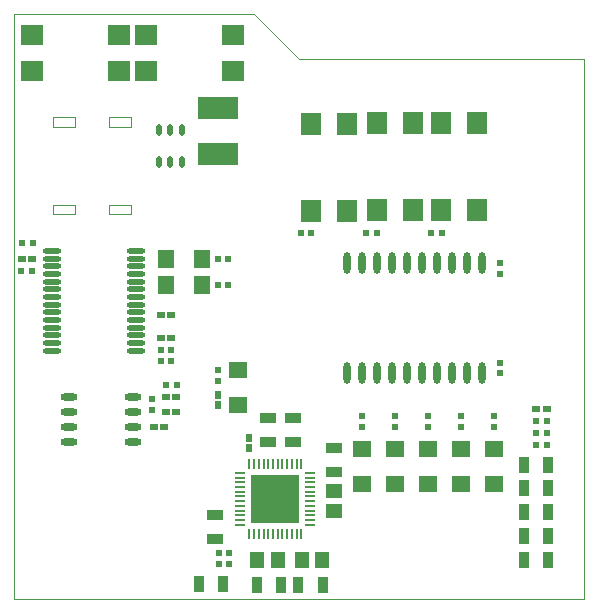
<source format=gtp>
G04*
G04 #@! TF.GenerationSoftware,Altium Limited,Altium Designer,19.1.8 (144)*
G04*
G04 Layer_Color=8421504*
%FSLAX25Y25*%
%MOIN*%
G70*
G01*
G75*
%ADD16C,0.00050*%
%ADD17C,0.00000*%
%ADD18R,0.15945X0.15945*%
%ADD19O,0.00787X0.03347*%
%ADD20O,0.03347X0.00787*%
%ADD21O,0.06102X0.01772*%
%ADD22R,0.07480X0.06693*%
%ADD23R,0.06693X0.07480*%
%ADD24R,0.13386X0.07480*%
%ADD25R,0.05500X0.06300*%
%ADD26R,0.06300X0.05500*%
%ADD27R,0.02165X0.02165*%
%ADD28R,0.05709X0.03543*%
%ADD29R,0.02165X0.02165*%
%ADD30R,0.02598X0.02441*%
%ADD31R,0.03543X0.05709*%
%ADD32R,0.02441X0.02598*%
%ADD33R,0.04606X0.05787*%
%ADD34R,0.05787X0.04606*%
%ADD35O,0.05709X0.02362*%
%ADD36O,0.02362X0.07284*%
%ADD37O,0.01968X0.03937*%
D16*
X0Y0D02*
X190000D01*
Y180000D01*
X95000D02*
X190000D01*
X80000Y195000D02*
X95000Y180000D01*
X0Y195000D02*
X80000D01*
X0Y0D02*
Y195000D01*
D17*
X38941Y128425D02*
Y131575D01*
X31461D02*
X38941D01*
X31461Y128425D02*
Y131575D01*
Y128425D02*
X38941D01*
X20240Y157559D02*
Y160709D01*
X12760D02*
X20240D01*
X12760Y157559D02*
Y160709D01*
Y157559D02*
X20240D01*
X38941D02*
Y160709D01*
X31461D02*
X38941D01*
X31461Y157559D02*
Y160709D01*
Y157559D02*
X38941D01*
X20240Y128425D02*
Y131575D01*
X12760D02*
X20240D01*
X12760Y128425D02*
Y131575D01*
Y128425D02*
X20240D01*
D18*
X87000Y33500D02*
D03*
D19*
X78339Y45213D02*
D03*
X79913D02*
D03*
X81488D02*
D03*
X83063D02*
D03*
X84638D02*
D03*
X86213D02*
D03*
X87787D02*
D03*
X89362D02*
D03*
X90937D02*
D03*
X92512D02*
D03*
X94087D02*
D03*
X95661D02*
D03*
Y21787D02*
D03*
X94087D02*
D03*
X92512D02*
D03*
X90937D02*
D03*
X89362D02*
D03*
X87787D02*
D03*
X86213D02*
D03*
X84638D02*
D03*
X83063D02*
D03*
X81488D02*
D03*
X79913D02*
D03*
X78339D02*
D03*
D20*
X98713Y42161D02*
D03*
Y40587D02*
D03*
Y39012D02*
D03*
Y37437D02*
D03*
Y35862D02*
D03*
Y34287D02*
D03*
Y32713D02*
D03*
Y31138D02*
D03*
Y29563D02*
D03*
Y27988D02*
D03*
Y26413D02*
D03*
Y24839D02*
D03*
X75287D02*
D03*
Y26413D02*
D03*
Y27988D02*
D03*
Y29563D02*
D03*
Y31138D02*
D03*
Y32713D02*
D03*
Y34287D02*
D03*
Y35862D02*
D03*
Y37437D02*
D03*
Y39012D02*
D03*
Y40587D02*
D03*
Y42161D02*
D03*
D21*
X12525Y116134D02*
D03*
Y113575D02*
D03*
Y111016D02*
D03*
Y108457D02*
D03*
Y105898D02*
D03*
Y103339D02*
D03*
Y100779D02*
D03*
Y98220D02*
D03*
Y95661D02*
D03*
Y93102D02*
D03*
Y90543D02*
D03*
Y87984D02*
D03*
Y85425D02*
D03*
Y82866D02*
D03*
X40675Y116134D02*
D03*
Y113575D02*
D03*
Y111016D02*
D03*
Y108457D02*
D03*
Y105898D02*
D03*
Y103339D02*
D03*
Y100779D02*
D03*
Y98220D02*
D03*
Y95661D02*
D03*
Y93102D02*
D03*
Y90543D02*
D03*
Y87984D02*
D03*
Y85425D02*
D03*
Y82866D02*
D03*
D22*
X5826Y188177D02*
D03*
Y176177D02*
D03*
X34826Y188177D02*
D03*
Y176177D02*
D03*
X44026Y188177D02*
D03*
Y176177D02*
D03*
X73026Y188177D02*
D03*
Y176177D02*
D03*
D23*
X142323Y129826D02*
D03*
X154323D02*
D03*
X142323Y158826D02*
D03*
X154323D02*
D03*
X120923Y129626D02*
D03*
X132923D02*
D03*
X120923Y158626D02*
D03*
X132923D02*
D03*
X98923Y129526D02*
D03*
X110923D02*
D03*
X98923Y158526D02*
D03*
X110923D02*
D03*
D24*
X68000Y163677D02*
D03*
Y148323D02*
D03*
D25*
X50600Y104900D02*
D03*
X62400D02*
D03*
X50600Y113400D02*
D03*
X62400D02*
D03*
D26*
X159900Y38300D02*
D03*
Y50100D02*
D03*
X148900Y38300D02*
D03*
Y50100D02*
D03*
X137900Y38300D02*
D03*
Y50100D02*
D03*
X126900Y38300D02*
D03*
Y50100D02*
D03*
X115900Y38300D02*
D03*
Y50100D02*
D03*
X74500Y76400D02*
D03*
Y64600D02*
D03*
D27*
X115900Y57428D02*
D03*
Y60972D02*
D03*
X68000Y72857D02*
D03*
Y76400D02*
D03*
X45900Y63128D02*
D03*
Y66672D02*
D03*
X137900Y60972D02*
D03*
Y57428D02*
D03*
X126900Y60972D02*
D03*
Y57428D02*
D03*
X148900Y60972D02*
D03*
Y57428D02*
D03*
X159900Y60972D02*
D03*
Y57428D02*
D03*
X162000Y75294D02*
D03*
Y78838D02*
D03*
Y112106D02*
D03*
Y108562D02*
D03*
D28*
X106600Y50535D02*
D03*
Y42465D02*
D03*
X67000Y19965D02*
D03*
Y28035D02*
D03*
X92800Y60435D02*
D03*
Y52365D02*
D03*
X84700Y60371D02*
D03*
Y52300D02*
D03*
D29*
X2378Y109500D02*
D03*
X5922D02*
D03*
X2528Y118700D02*
D03*
X6072D02*
D03*
X142472Y122200D02*
D03*
X138928D02*
D03*
X120872Y122100D02*
D03*
X117328D02*
D03*
X98972D02*
D03*
X95428D02*
D03*
X52272Y79500D02*
D03*
X48728D02*
D03*
X52272Y83000D02*
D03*
X48728D02*
D03*
X177472Y51400D02*
D03*
X173928D02*
D03*
X177472Y55400D02*
D03*
X173928D02*
D03*
X71672Y15300D02*
D03*
X68128D02*
D03*
X68128Y11600D02*
D03*
X71672D02*
D03*
X177472Y59400D02*
D03*
X173928D02*
D03*
X67828Y113400D02*
D03*
X71372D02*
D03*
X67828Y104900D02*
D03*
X71372D02*
D03*
X50528Y71400D02*
D03*
X54072D02*
D03*
D30*
X2468Y113575D02*
D03*
X5932D02*
D03*
X177432Y63400D02*
D03*
X173968D02*
D03*
X52332Y94900D02*
D03*
X48868D02*
D03*
X52232Y87000D02*
D03*
X48768D02*
D03*
X54032Y67400D02*
D03*
X50568D02*
D03*
X54032Y62400D02*
D03*
X50568D02*
D03*
X50032Y57400D02*
D03*
X46568D02*
D03*
D31*
X169865Y44900D02*
D03*
X177935D02*
D03*
X169893Y37000D02*
D03*
X177964D02*
D03*
X169965Y29000D02*
D03*
X178035D02*
D03*
X169965Y21000D02*
D03*
X178035D02*
D03*
X169965Y13000D02*
D03*
X178035D02*
D03*
X102735Y4900D02*
D03*
X94665D02*
D03*
X80765D02*
D03*
X88835D02*
D03*
X61465Y5000D02*
D03*
X69535D02*
D03*
D32*
X68000Y64600D02*
D03*
Y68065D02*
D03*
X78300Y53732D02*
D03*
Y50268D02*
D03*
D33*
X80875Y13000D02*
D03*
X87725D02*
D03*
X102625D02*
D03*
X95775D02*
D03*
D34*
X106600Y29275D02*
D03*
Y36125D02*
D03*
D35*
X39528Y52400D02*
D03*
Y57400D02*
D03*
Y62400D02*
D03*
Y67400D02*
D03*
X18072Y52400D02*
D03*
Y57400D02*
D03*
Y62400D02*
D03*
Y67400D02*
D03*
D36*
X110900Y75295D02*
D03*
X115900D02*
D03*
X120900D02*
D03*
X125900D02*
D03*
X130900D02*
D03*
X135900D02*
D03*
X140900D02*
D03*
X145900D02*
D03*
X150900D02*
D03*
X155900Y75295D02*
D03*
X110900Y112106D02*
D03*
X115900D02*
D03*
X120900D02*
D03*
X125900D02*
D03*
X130900D02*
D03*
X135900D02*
D03*
X140900D02*
D03*
X145900D02*
D03*
X150900D02*
D03*
X155900D02*
D03*
D37*
X55740Y156315D02*
D03*
X52000D02*
D03*
X48260D02*
D03*
X55740Y145685D02*
D03*
X52000D02*
D03*
X48260D02*
D03*
M02*

</source>
